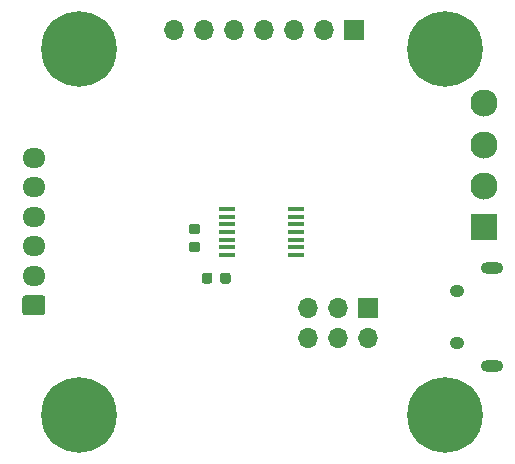
<source format=gbr>
G04 #@! TF.GenerationSoftware,KiCad,Pcbnew,(5.1.7)-1*
G04 #@! TF.CreationDate,2020-12-09T20:39:25+01:00*
G04 #@! TF.ProjectId,Stepper Servo,53746570-7065-4722-9053-6572766f2e6b,v1.0*
G04 #@! TF.SameCoordinates,Original*
G04 #@! TF.FileFunction,Soldermask,Bot*
G04 #@! TF.FilePolarity,Negative*
%FSLAX46Y46*%
G04 Gerber Fmt 4.6, Leading zero omitted, Abs format (unit mm)*
G04 Created by KiCad (PCBNEW (5.1.7)-1) date 2020-12-09 20:39:25*
%MOMM*%
%LPD*%
G01*
G04 APERTURE LIST*
%ADD10O,1.250000X1.050000*%
%ADD11O,1.900000X1.000000*%
%ADD12C,0.800000*%
%ADD13C,6.400000*%
%ADD14R,1.450000X0.450000*%
%ADD15R,1.700000X1.700000*%
%ADD16O,1.700000X1.700000*%
%ADD17R,2.300000X2.300000*%
%ADD18C,2.300000*%
%ADD19O,1.950000X1.700000*%
G04 APERTURE END LIST*
D10*
X206200000Y-81425000D03*
X206200000Y-76975000D03*
D11*
X209200000Y-83375000D03*
X209200000Y-75025000D03*
D12*
X175897056Y-85802944D03*
X174200000Y-85100000D03*
X172502944Y-85802944D03*
X171800000Y-87500000D03*
X172502944Y-89197056D03*
X174200000Y-89900000D03*
X175897056Y-89197056D03*
X176600000Y-87500000D03*
D13*
X174200000Y-87500000D03*
D12*
X206897056Y-54802944D03*
X205200000Y-54100000D03*
X203502944Y-54802944D03*
X202800000Y-56500000D03*
X203502944Y-58197056D03*
X205200000Y-58900000D03*
X206897056Y-58197056D03*
X207600000Y-56500000D03*
D13*
X205200000Y-56500000D03*
D12*
X206897056Y-85802944D03*
X205200000Y-85100000D03*
X203502944Y-85802944D03*
X202800000Y-87500000D03*
X203502944Y-89197056D03*
X205200000Y-89900000D03*
X206897056Y-89197056D03*
X207600000Y-87500000D03*
D13*
X205200000Y-87500000D03*
D12*
X175897056Y-54802944D03*
X174200000Y-54100000D03*
X172502944Y-54802944D03*
X171800000Y-56500000D03*
X172502944Y-58197056D03*
X174200000Y-58900000D03*
X175897056Y-58197056D03*
X176600000Y-56500000D03*
D13*
X174200000Y-56500000D03*
G36*
G01*
X183750000Y-72825000D02*
X184250000Y-72825000D01*
G75*
G02*
X184475000Y-73050000I0J-225000D01*
G01*
X184475000Y-73500000D01*
G75*
G02*
X184250000Y-73725000I-225000J0D01*
G01*
X183750000Y-73725000D01*
G75*
G02*
X183525000Y-73500000I0J225000D01*
G01*
X183525000Y-73050000D01*
G75*
G02*
X183750000Y-72825000I225000J0D01*
G01*
G37*
G36*
G01*
X183750000Y-71275000D02*
X184250000Y-71275000D01*
G75*
G02*
X184475000Y-71500000I0J-225000D01*
G01*
X184475000Y-71950000D01*
G75*
G02*
X184250000Y-72175000I-225000J0D01*
G01*
X183750000Y-72175000D01*
G75*
G02*
X183525000Y-71950000I0J225000D01*
G01*
X183525000Y-71500000D01*
G75*
G02*
X183750000Y-71275000I225000J0D01*
G01*
G37*
G36*
G01*
X187075000Y-75650000D02*
X187075000Y-76150000D01*
G75*
G02*
X186850000Y-76375000I-225000J0D01*
G01*
X186400000Y-76375000D01*
G75*
G02*
X186175000Y-76150000I0J225000D01*
G01*
X186175000Y-75650000D01*
G75*
G02*
X186400000Y-75425000I225000J0D01*
G01*
X186850000Y-75425000D01*
G75*
G02*
X187075000Y-75650000I0J-225000D01*
G01*
G37*
G36*
G01*
X185525000Y-75650000D02*
X185525000Y-76150000D01*
G75*
G02*
X185300000Y-76375000I-225000J0D01*
G01*
X184850000Y-76375000D01*
G75*
G02*
X184625000Y-76150000I0J225000D01*
G01*
X184625000Y-75650000D01*
G75*
G02*
X184850000Y-75425000I225000J0D01*
G01*
X185300000Y-75425000D01*
G75*
G02*
X185525000Y-75650000I0J-225000D01*
G01*
G37*
D14*
X186775000Y-73950000D03*
X186775000Y-73300000D03*
X186775000Y-72650000D03*
X186775000Y-72000000D03*
X186775000Y-71350000D03*
X186775000Y-70700000D03*
X186775000Y-70050000D03*
X192625000Y-70050000D03*
X192625000Y-70700000D03*
X192625000Y-71350000D03*
X192625000Y-72000000D03*
X192625000Y-72650000D03*
X192625000Y-73300000D03*
X192625000Y-73950000D03*
D15*
X198700000Y-78400000D03*
D16*
X198700000Y-80940000D03*
X196160000Y-78400000D03*
X196160000Y-80940000D03*
X193620000Y-78400000D03*
X193620000Y-80940000D03*
D17*
X208500000Y-71600000D03*
D18*
X208500000Y-68100000D03*
X208500000Y-64600000D03*
X208500000Y-61100000D03*
D15*
X197500000Y-54900000D03*
D16*
X194960000Y-54900000D03*
X192420000Y-54900000D03*
X189880000Y-54900000D03*
X187340000Y-54900000D03*
X184800000Y-54900000D03*
X182260000Y-54900000D03*
G36*
G01*
X171125000Y-79050000D02*
X169675000Y-79050000D01*
G75*
G02*
X169425000Y-78800000I0J250000D01*
G01*
X169425000Y-77600000D01*
G75*
G02*
X169675000Y-77350000I250000J0D01*
G01*
X171125000Y-77350000D01*
G75*
G02*
X171375000Y-77600000I0J-250000D01*
G01*
X171375000Y-78800000D01*
G75*
G02*
X171125000Y-79050000I-250000J0D01*
G01*
G37*
D19*
X170400000Y-75700000D03*
X170400000Y-73200000D03*
X170400000Y-70700000D03*
X170400000Y-68200000D03*
X170400000Y-65700000D03*
M02*

</source>
